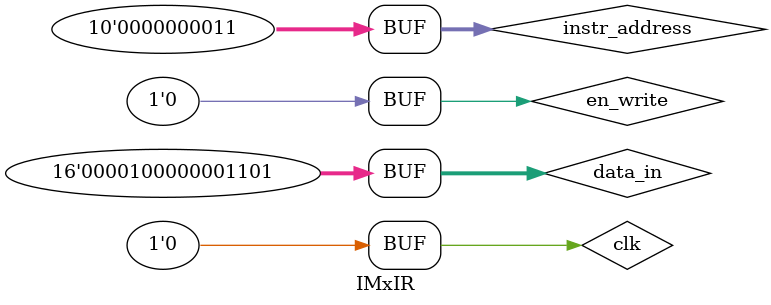
<source format=v>
module IMxIR;
    reg clk, en_write;
    reg [15:0] data_in;
    reg [9:0] instr_address;
    wire [15:0] data_out;
    wire [5:0] op_code;
    wire [7:0] val;
    wire reg_s, acc_s;

    localparam CLOCK_CYCLES = 10, CLOCK_PERIOD = 100;

    IM inst2(
        .clk(clk),
        .en_write(en_write),
        .address(instr_address),
        .data_in(data_in),
        .data_out(data_out)
    );

    IR inst3(
        .clk(clk),
        .instr(data_out),
        .op_code(op_code),
        .reg_s(reg_s),
        .acc_s(acc_s),
        .val(val)
    );

    initial begin 
        clk = 0;
        repeat(CLOCK_CYCLES * 2)
            #(CLOCK_PERIOD / 2) clk = ~clk;
    end

    initial begin 
        en_write = 1;
        #400 en_write = 0;
    end

    initial begin
        instr_address = 0;
        data_in = 16'b0000010000001101;
        #100
        instr_address = 1;
        data_in = 16'b0010100000001100;
        #100
        instr_address = 2;
        data_in = 16'b0010110000010100;
        #100
        instr_address = 3;
        data_in = 16'b0000100000001101;
        #100 
        instr_address = 0;
        #100
        instr_address = 1;
        #100
        instr_address = 2;
        #100
        instr_address = 3;
        
        
    end

endmodule
</source>
